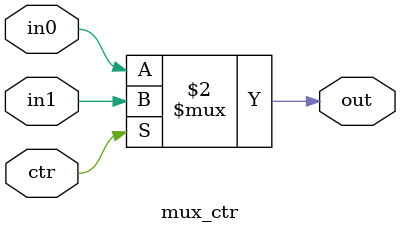
<source format=sv>
module adder8 (
    input  logic signed [7:0] A,
    input  logic signed [7:0] B,
    input  logic              Cin,
    output logic signed [7:0] Sum,
    output logic              Cout
);
    assign {Cout, Sum} = A + B + Cin;
endmodule

// MUX for Sew_32 control
module mux_sew_32 (
    input  logic carry_out,
    input  logic carry_ctrl,
    input  logic sew_32,
    output logic carry_in
);
    assign carry_in = (sew_32 == 1'b0) ? carry_ctrl : carry_out;
endmodule

// MUX for Sew_16_32 control
module mux_sew_16_32 (
    input  logic carry_out,
    input  logic carry_ctrl,
    input  logic sew_16_32,
    output logic carry_in
);
    assign carry_in = (sew_16_32 == 1'b0) ? carry_ctrl : carry_out;
endmodule

// MUX for Ctrl (initial carry select)
module mux_ctr (
    input  logic in0,
    input  logic in1,
    input  logic ctr,
    output logic out
);
    assign out = (ctr == 1'b0) ? in0 : in1;
endmodule


</source>
